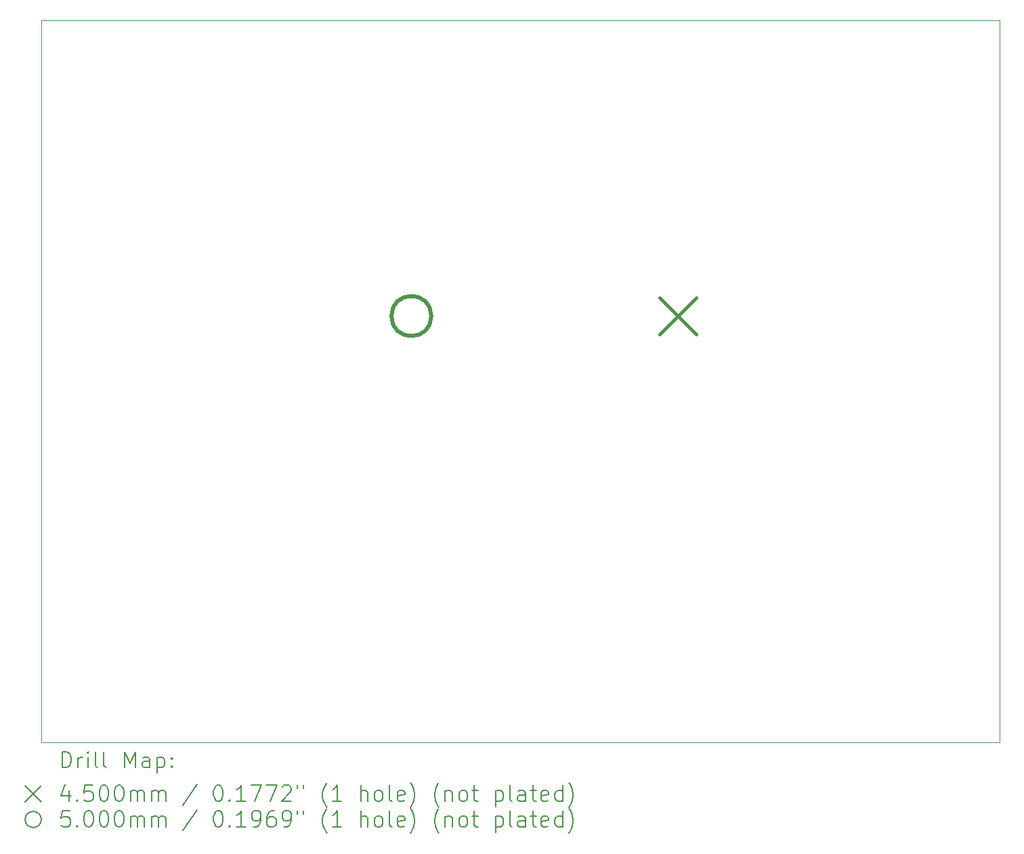
<source format=gbr>
%TF.GenerationSoftware,KiCad,Pcbnew,7.0.10*%
%TF.CreationDate,2024-03-04T12:58:39-05:00*%
%TF.ProjectId,cdrpcb,63647270-6362-42e6-9b69-6361645f7063,rev?*%
%TF.SameCoordinates,Original*%
%TF.FileFunction,Drillmap*%
%TF.FilePolarity,Positive*%
%FSLAX45Y45*%
G04 Gerber Fmt 4.5, Leading zero omitted, Abs format (unit mm)*
G04 Created by KiCad (PCBNEW 7.0.10) date 2024-03-04 12:58:39*
%MOMM*%
%LPD*%
G01*
G04 APERTURE LIST*
%ADD10C,0.100000*%
%ADD11C,0.200000*%
%ADD12C,0.450000*%
%ADD13C,0.500000*%
G04 APERTURE END LIST*
D10*
X5994400Y-5930900D02*
X17970500Y-5930900D01*
X17970500Y-14960600D01*
X5994400Y-14960600D01*
X5994400Y-5930900D01*
D11*
D12*
X13725200Y-9401600D02*
X14175200Y-9851600D01*
X14175200Y-9401600D02*
X13725200Y-9851600D01*
D13*
X10867200Y-9626600D02*
G75*
G03*
X10367200Y-9626600I-250000J0D01*
G01*
X10367200Y-9626600D02*
G75*
G03*
X10867200Y-9626600I250000J0D01*
G01*
D11*
X6250177Y-15277084D02*
X6250177Y-15077084D01*
X6250177Y-15077084D02*
X6297796Y-15077084D01*
X6297796Y-15077084D02*
X6326367Y-15086608D01*
X6326367Y-15086608D02*
X6345415Y-15105655D01*
X6345415Y-15105655D02*
X6354939Y-15124703D01*
X6354939Y-15124703D02*
X6364462Y-15162798D01*
X6364462Y-15162798D02*
X6364462Y-15191369D01*
X6364462Y-15191369D02*
X6354939Y-15229465D01*
X6354939Y-15229465D02*
X6345415Y-15248512D01*
X6345415Y-15248512D02*
X6326367Y-15267560D01*
X6326367Y-15267560D02*
X6297796Y-15277084D01*
X6297796Y-15277084D02*
X6250177Y-15277084D01*
X6450177Y-15277084D02*
X6450177Y-15143750D01*
X6450177Y-15181846D02*
X6459701Y-15162798D01*
X6459701Y-15162798D02*
X6469224Y-15153274D01*
X6469224Y-15153274D02*
X6488272Y-15143750D01*
X6488272Y-15143750D02*
X6507320Y-15143750D01*
X6573986Y-15277084D02*
X6573986Y-15143750D01*
X6573986Y-15077084D02*
X6564462Y-15086608D01*
X6564462Y-15086608D02*
X6573986Y-15096131D01*
X6573986Y-15096131D02*
X6583510Y-15086608D01*
X6583510Y-15086608D02*
X6573986Y-15077084D01*
X6573986Y-15077084D02*
X6573986Y-15096131D01*
X6697796Y-15277084D02*
X6678748Y-15267560D01*
X6678748Y-15267560D02*
X6669224Y-15248512D01*
X6669224Y-15248512D02*
X6669224Y-15077084D01*
X6802558Y-15277084D02*
X6783510Y-15267560D01*
X6783510Y-15267560D02*
X6773986Y-15248512D01*
X6773986Y-15248512D02*
X6773986Y-15077084D01*
X7031129Y-15277084D02*
X7031129Y-15077084D01*
X7031129Y-15077084D02*
X7097796Y-15219941D01*
X7097796Y-15219941D02*
X7164462Y-15077084D01*
X7164462Y-15077084D02*
X7164462Y-15277084D01*
X7345415Y-15277084D02*
X7345415Y-15172322D01*
X7345415Y-15172322D02*
X7335891Y-15153274D01*
X7335891Y-15153274D02*
X7316843Y-15143750D01*
X7316843Y-15143750D02*
X7278748Y-15143750D01*
X7278748Y-15143750D02*
X7259701Y-15153274D01*
X7345415Y-15267560D02*
X7326367Y-15277084D01*
X7326367Y-15277084D02*
X7278748Y-15277084D01*
X7278748Y-15277084D02*
X7259701Y-15267560D01*
X7259701Y-15267560D02*
X7250177Y-15248512D01*
X7250177Y-15248512D02*
X7250177Y-15229465D01*
X7250177Y-15229465D02*
X7259701Y-15210417D01*
X7259701Y-15210417D02*
X7278748Y-15200893D01*
X7278748Y-15200893D02*
X7326367Y-15200893D01*
X7326367Y-15200893D02*
X7345415Y-15191369D01*
X7440653Y-15143750D02*
X7440653Y-15343750D01*
X7440653Y-15153274D02*
X7459701Y-15143750D01*
X7459701Y-15143750D02*
X7497796Y-15143750D01*
X7497796Y-15143750D02*
X7516843Y-15153274D01*
X7516843Y-15153274D02*
X7526367Y-15162798D01*
X7526367Y-15162798D02*
X7535891Y-15181846D01*
X7535891Y-15181846D02*
X7535891Y-15238988D01*
X7535891Y-15238988D02*
X7526367Y-15258036D01*
X7526367Y-15258036D02*
X7516843Y-15267560D01*
X7516843Y-15267560D02*
X7497796Y-15277084D01*
X7497796Y-15277084D02*
X7459701Y-15277084D01*
X7459701Y-15277084D02*
X7440653Y-15267560D01*
X7621605Y-15258036D02*
X7631129Y-15267560D01*
X7631129Y-15267560D02*
X7621605Y-15277084D01*
X7621605Y-15277084D02*
X7612082Y-15267560D01*
X7612082Y-15267560D02*
X7621605Y-15258036D01*
X7621605Y-15258036D02*
X7621605Y-15277084D01*
X7621605Y-15153274D02*
X7631129Y-15162798D01*
X7631129Y-15162798D02*
X7621605Y-15172322D01*
X7621605Y-15172322D02*
X7612082Y-15162798D01*
X7612082Y-15162798D02*
X7621605Y-15153274D01*
X7621605Y-15153274D02*
X7621605Y-15172322D01*
X5789400Y-15505600D02*
X5989400Y-15705600D01*
X5989400Y-15505600D02*
X5789400Y-15705600D01*
X6335891Y-15563750D02*
X6335891Y-15697084D01*
X6288272Y-15487560D02*
X6240653Y-15630417D01*
X6240653Y-15630417D02*
X6364462Y-15630417D01*
X6440653Y-15678036D02*
X6450177Y-15687560D01*
X6450177Y-15687560D02*
X6440653Y-15697084D01*
X6440653Y-15697084D02*
X6431129Y-15687560D01*
X6431129Y-15687560D02*
X6440653Y-15678036D01*
X6440653Y-15678036D02*
X6440653Y-15697084D01*
X6631129Y-15497084D02*
X6535891Y-15497084D01*
X6535891Y-15497084D02*
X6526367Y-15592322D01*
X6526367Y-15592322D02*
X6535891Y-15582798D01*
X6535891Y-15582798D02*
X6554939Y-15573274D01*
X6554939Y-15573274D02*
X6602558Y-15573274D01*
X6602558Y-15573274D02*
X6621605Y-15582798D01*
X6621605Y-15582798D02*
X6631129Y-15592322D01*
X6631129Y-15592322D02*
X6640653Y-15611369D01*
X6640653Y-15611369D02*
X6640653Y-15658988D01*
X6640653Y-15658988D02*
X6631129Y-15678036D01*
X6631129Y-15678036D02*
X6621605Y-15687560D01*
X6621605Y-15687560D02*
X6602558Y-15697084D01*
X6602558Y-15697084D02*
X6554939Y-15697084D01*
X6554939Y-15697084D02*
X6535891Y-15687560D01*
X6535891Y-15687560D02*
X6526367Y-15678036D01*
X6764462Y-15497084D02*
X6783510Y-15497084D01*
X6783510Y-15497084D02*
X6802558Y-15506608D01*
X6802558Y-15506608D02*
X6812082Y-15516131D01*
X6812082Y-15516131D02*
X6821605Y-15535179D01*
X6821605Y-15535179D02*
X6831129Y-15573274D01*
X6831129Y-15573274D02*
X6831129Y-15620893D01*
X6831129Y-15620893D02*
X6821605Y-15658988D01*
X6821605Y-15658988D02*
X6812082Y-15678036D01*
X6812082Y-15678036D02*
X6802558Y-15687560D01*
X6802558Y-15687560D02*
X6783510Y-15697084D01*
X6783510Y-15697084D02*
X6764462Y-15697084D01*
X6764462Y-15697084D02*
X6745415Y-15687560D01*
X6745415Y-15687560D02*
X6735891Y-15678036D01*
X6735891Y-15678036D02*
X6726367Y-15658988D01*
X6726367Y-15658988D02*
X6716843Y-15620893D01*
X6716843Y-15620893D02*
X6716843Y-15573274D01*
X6716843Y-15573274D02*
X6726367Y-15535179D01*
X6726367Y-15535179D02*
X6735891Y-15516131D01*
X6735891Y-15516131D02*
X6745415Y-15506608D01*
X6745415Y-15506608D02*
X6764462Y-15497084D01*
X6954939Y-15497084D02*
X6973986Y-15497084D01*
X6973986Y-15497084D02*
X6993034Y-15506608D01*
X6993034Y-15506608D02*
X7002558Y-15516131D01*
X7002558Y-15516131D02*
X7012082Y-15535179D01*
X7012082Y-15535179D02*
X7021605Y-15573274D01*
X7021605Y-15573274D02*
X7021605Y-15620893D01*
X7021605Y-15620893D02*
X7012082Y-15658988D01*
X7012082Y-15658988D02*
X7002558Y-15678036D01*
X7002558Y-15678036D02*
X6993034Y-15687560D01*
X6993034Y-15687560D02*
X6973986Y-15697084D01*
X6973986Y-15697084D02*
X6954939Y-15697084D01*
X6954939Y-15697084D02*
X6935891Y-15687560D01*
X6935891Y-15687560D02*
X6926367Y-15678036D01*
X6926367Y-15678036D02*
X6916843Y-15658988D01*
X6916843Y-15658988D02*
X6907320Y-15620893D01*
X6907320Y-15620893D02*
X6907320Y-15573274D01*
X6907320Y-15573274D02*
X6916843Y-15535179D01*
X6916843Y-15535179D02*
X6926367Y-15516131D01*
X6926367Y-15516131D02*
X6935891Y-15506608D01*
X6935891Y-15506608D02*
X6954939Y-15497084D01*
X7107320Y-15697084D02*
X7107320Y-15563750D01*
X7107320Y-15582798D02*
X7116843Y-15573274D01*
X7116843Y-15573274D02*
X7135891Y-15563750D01*
X7135891Y-15563750D02*
X7164463Y-15563750D01*
X7164463Y-15563750D02*
X7183510Y-15573274D01*
X7183510Y-15573274D02*
X7193034Y-15592322D01*
X7193034Y-15592322D02*
X7193034Y-15697084D01*
X7193034Y-15592322D02*
X7202558Y-15573274D01*
X7202558Y-15573274D02*
X7221605Y-15563750D01*
X7221605Y-15563750D02*
X7250177Y-15563750D01*
X7250177Y-15563750D02*
X7269224Y-15573274D01*
X7269224Y-15573274D02*
X7278748Y-15592322D01*
X7278748Y-15592322D02*
X7278748Y-15697084D01*
X7373986Y-15697084D02*
X7373986Y-15563750D01*
X7373986Y-15582798D02*
X7383510Y-15573274D01*
X7383510Y-15573274D02*
X7402558Y-15563750D01*
X7402558Y-15563750D02*
X7431129Y-15563750D01*
X7431129Y-15563750D02*
X7450177Y-15573274D01*
X7450177Y-15573274D02*
X7459701Y-15592322D01*
X7459701Y-15592322D02*
X7459701Y-15697084D01*
X7459701Y-15592322D02*
X7469224Y-15573274D01*
X7469224Y-15573274D02*
X7488272Y-15563750D01*
X7488272Y-15563750D02*
X7516843Y-15563750D01*
X7516843Y-15563750D02*
X7535891Y-15573274D01*
X7535891Y-15573274D02*
X7545415Y-15592322D01*
X7545415Y-15592322D02*
X7545415Y-15697084D01*
X7935891Y-15487560D02*
X7764463Y-15744703D01*
X8193034Y-15497084D02*
X8212082Y-15497084D01*
X8212082Y-15497084D02*
X8231129Y-15506608D01*
X8231129Y-15506608D02*
X8240653Y-15516131D01*
X8240653Y-15516131D02*
X8250177Y-15535179D01*
X8250177Y-15535179D02*
X8259701Y-15573274D01*
X8259701Y-15573274D02*
X8259701Y-15620893D01*
X8259701Y-15620893D02*
X8250177Y-15658988D01*
X8250177Y-15658988D02*
X8240653Y-15678036D01*
X8240653Y-15678036D02*
X8231129Y-15687560D01*
X8231129Y-15687560D02*
X8212082Y-15697084D01*
X8212082Y-15697084D02*
X8193034Y-15697084D01*
X8193034Y-15697084D02*
X8173986Y-15687560D01*
X8173986Y-15687560D02*
X8164463Y-15678036D01*
X8164463Y-15678036D02*
X8154939Y-15658988D01*
X8154939Y-15658988D02*
X8145415Y-15620893D01*
X8145415Y-15620893D02*
X8145415Y-15573274D01*
X8145415Y-15573274D02*
X8154939Y-15535179D01*
X8154939Y-15535179D02*
X8164463Y-15516131D01*
X8164463Y-15516131D02*
X8173986Y-15506608D01*
X8173986Y-15506608D02*
X8193034Y-15497084D01*
X8345415Y-15678036D02*
X8354939Y-15687560D01*
X8354939Y-15687560D02*
X8345415Y-15697084D01*
X8345415Y-15697084D02*
X8335891Y-15687560D01*
X8335891Y-15687560D02*
X8345415Y-15678036D01*
X8345415Y-15678036D02*
X8345415Y-15697084D01*
X8545415Y-15697084D02*
X8431129Y-15697084D01*
X8488272Y-15697084D02*
X8488272Y-15497084D01*
X8488272Y-15497084D02*
X8469225Y-15525655D01*
X8469225Y-15525655D02*
X8450177Y-15544703D01*
X8450177Y-15544703D02*
X8431129Y-15554227D01*
X8612082Y-15497084D02*
X8745415Y-15497084D01*
X8745415Y-15497084D02*
X8659701Y-15697084D01*
X8802558Y-15497084D02*
X8935891Y-15497084D01*
X8935891Y-15497084D02*
X8850177Y-15697084D01*
X9002558Y-15516131D02*
X9012082Y-15506608D01*
X9012082Y-15506608D02*
X9031129Y-15497084D01*
X9031129Y-15497084D02*
X9078749Y-15497084D01*
X9078749Y-15497084D02*
X9097796Y-15506608D01*
X9097796Y-15506608D02*
X9107320Y-15516131D01*
X9107320Y-15516131D02*
X9116844Y-15535179D01*
X9116844Y-15535179D02*
X9116844Y-15554227D01*
X9116844Y-15554227D02*
X9107320Y-15582798D01*
X9107320Y-15582798D02*
X8993034Y-15697084D01*
X8993034Y-15697084D02*
X9116844Y-15697084D01*
X9193034Y-15497084D02*
X9193034Y-15535179D01*
X9269225Y-15497084D02*
X9269225Y-15535179D01*
X9564463Y-15773274D02*
X9554939Y-15763750D01*
X9554939Y-15763750D02*
X9535891Y-15735179D01*
X9535891Y-15735179D02*
X9526368Y-15716131D01*
X9526368Y-15716131D02*
X9516844Y-15687560D01*
X9516844Y-15687560D02*
X9507320Y-15639941D01*
X9507320Y-15639941D02*
X9507320Y-15601846D01*
X9507320Y-15601846D02*
X9516844Y-15554227D01*
X9516844Y-15554227D02*
X9526368Y-15525655D01*
X9526368Y-15525655D02*
X9535891Y-15506608D01*
X9535891Y-15506608D02*
X9554939Y-15478036D01*
X9554939Y-15478036D02*
X9564463Y-15468512D01*
X9745415Y-15697084D02*
X9631130Y-15697084D01*
X9688272Y-15697084D02*
X9688272Y-15497084D01*
X9688272Y-15497084D02*
X9669225Y-15525655D01*
X9669225Y-15525655D02*
X9650177Y-15544703D01*
X9650177Y-15544703D02*
X9631130Y-15554227D01*
X9983511Y-15697084D02*
X9983511Y-15497084D01*
X10069225Y-15697084D02*
X10069225Y-15592322D01*
X10069225Y-15592322D02*
X10059701Y-15573274D01*
X10059701Y-15573274D02*
X10040653Y-15563750D01*
X10040653Y-15563750D02*
X10012082Y-15563750D01*
X10012082Y-15563750D02*
X9993034Y-15573274D01*
X9993034Y-15573274D02*
X9983511Y-15582798D01*
X10193034Y-15697084D02*
X10173987Y-15687560D01*
X10173987Y-15687560D02*
X10164463Y-15678036D01*
X10164463Y-15678036D02*
X10154939Y-15658988D01*
X10154939Y-15658988D02*
X10154939Y-15601846D01*
X10154939Y-15601846D02*
X10164463Y-15582798D01*
X10164463Y-15582798D02*
X10173987Y-15573274D01*
X10173987Y-15573274D02*
X10193034Y-15563750D01*
X10193034Y-15563750D02*
X10221606Y-15563750D01*
X10221606Y-15563750D02*
X10240653Y-15573274D01*
X10240653Y-15573274D02*
X10250177Y-15582798D01*
X10250177Y-15582798D02*
X10259701Y-15601846D01*
X10259701Y-15601846D02*
X10259701Y-15658988D01*
X10259701Y-15658988D02*
X10250177Y-15678036D01*
X10250177Y-15678036D02*
X10240653Y-15687560D01*
X10240653Y-15687560D02*
X10221606Y-15697084D01*
X10221606Y-15697084D02*
X10193034Y-15697084D01*
X10373987Y-15697084D02*
X10354939Y-15687560D01*
X10354939Y-15687560D02*
X10345415Y-15668512D01*
X10345415Y-15668512D02*
X10345415Y-15497084D01*
X10526368Y-15687560D02*
X10507320Y-15697084D01*
X10507320Y-15697084D02*
X10469225Y-15697084D01*
X10469225Y-15697084D02*
X10450177Y-15687560D01*
X10450177Y-15687560D02*
X10440653Y-15668512D01*
X10440653Y-15668512D02*
X10440653Y-15592322D01*
X10440653Y-15592322D02*
X10450177Y-15573274D01*
X10450177Y-15573274D02*
X10469225Y-15563750D01*
X10469225Y-15563750D02*
X10507320Y-15563750D01*
X10507320Y-15563750D02*
X10526368Y-15573274D01*
X10526368Y-15573274D02*
X10535892Y-15592322D01*
X10535892Y-15592322D02*
X10535892Y-15611369D01*
X10535892Y-15611369D02*
X10440653Y-15630417D01*
X10602558Y-15773274D02*
X10612082Y-15763750D01*
X10612082Y-15763750D02*
X10631130Y-15735179D01*
X10631130Y-15735179D02*
X10640653Y-15716131D01*
X10640653Y-15716131D02*
X10650177Y-15687560D01*
X10650177Y-15687560D02*
X10659701Y-15639941D01*
X10659701Y-15639941D02*
X10659701Y-15601846D01*
X10659701Y-15601846D02*
X10650177Y-15554227D01*
X10650177Y-15554227D02*
X10640653Y-15525655D01*
X10640653Y-15525655D02*
X10631130Y-15506608D01*
X10631130Y-15506608D02*
X10612082Y-15478036D01*
X10612082Y-15478036D02*
X10602558Y-15468512D01*
X10964463Y-15773274D02*
X10954939Y-15763750D01*
X10954939Y-15763750D02*
X10935892Y-15735179D01*
X10935892Y-15735179D02*
X10926368Y-15716131D01*
X10926368Y-15716131D02*
X10916844Y-15687560D01*
X10916844Y-15687560D02*
X10907320Y-15639941D01*
X10907320Y-15639941D02*
X10907320Y-15601846D01*
X10907320Y-15601846D02*
X10916844Y-15554227D01*
X10916844Y-15554227D02*
X10926368Y-15525655D01*
X10926368Y-15525655D02*
X10935892Y-15506608D01*
X10935892Y-15506608D02*
X10954939Y-15478036D01*
X10954939Y-15478036D02*
X10964463Y-15468512D01*
X11040653Y-15563750D02*
X11040653Y-15697084D01*
X11040653Y-15582798D02*
X11050177Y-15573274D01*
X11050177Y-15573274D02*
X11069225Y-15563750D01*
X11069225Y-15563750D02*
X11097796Y-15563750D01*
X11097796Y-15563750D02*
X11116844Y-15573274D01*
X11116844Y-15573274D02*
X11126368Y-15592322D01*
X11126368Y-15592322D02*
X11126368Y-15697084D01*
X11250177Y-15697084D02*
X11231130Y-15687560D01*
X11231130Y-15687560D02*
X11221606Y-15678036D01*
X11221606Y-15678036D02*
X11212082Y-15658988D01*
X11212082Y-15658988D02*
X11212082Y-15601846D01*
X11212082Y-15601846D02*
X11221606Y-15582798D01*
X11221606Y-15582798D02*
X11231130Y-15573274D01*
X11231130Y-15573274D02*
X11250177Y-15563750D01*
X11250177Y-15563750D02*
X11278749Y-15563750D01*
X11278749Y-15563750D02*
X11297796Y-15573274D01*
X11297796Y-15573274D02*
X11307320Y-15582798D01*
X11307320Y-15582798D02*
X11316844Y-15601846D01*
X11316844Y-15601846D02*
X11316844Y-15658988D01*
X11316844Y-15658988D02*
X11307320Y-15678036D01*
X11307320Y-15678036D02*
X11297796Y-15687560D01*
X11297796Y-15687560D02*
X11278749Y-15697084D01*
X11278749Y-15697084D02*
X11250177Y-15697084D01*
X11373987Y-15563750D02*
X11450177Y-15563750D01*
X11402558Y-15497084D02*
X11402558Y-15668512D01*
X11402558Y-15668512D02*
X11412082Y-15687560D01*
X11412082Y-15687560D02*
X11431130Y-15697084D01*
X11431130Y-15697084D02*
X11450177Y-15697084D01*
X11669225Y-15563750D02*
X11669225Y-15763750D01*
X11669225Y-15573274D02*
X11688272Y-15563750D01*
X11688272Y-15563750D02*
X11726368Y-15563750D01*
X11726368Y-15563750D02*
X11745415Y-15573274D01*
X11745415Y-15573274D02*
X11754939Y-15582798D01*
X11754939Y-15582798D02*
X11764463Y-15601846D01*
X11764463Y-15601846D02*
X11764463Y-15658988D01*
X11764463Y-15658988D02*
X11754939Y-15678036D01*
X11754939Y-15678036D02*
X11745415Y-15687560D01*
X11745415Y-15687560D02*
X11726368Y-15697084D01*
X11726368Y-15697084D02*
X11688272Y-15697084D01*
X11688272Y-15697084D02*
X11669225Y-15687560D01*
X11878749Y-15697084D02*
X11859701Y-15687560D01*
X11859701Y-15687560D02*
X11850177Y-15668512D01*
X11850177Y-15668512D02*
X11850177Y-15497084D01*
X12040653Y-15697084D02*
X12040653Y-15592322D01*
X12040653Y-15592322D02*
X12031130Y-15573274D01*
X12031130Y-15573274D02*
X12012082Y-15563750D01*
X12012082Y-15563750D02*
X11973987Y-15563750D01*
X11973987Y-15563750D02*
X11954939Y-15573274D01*
X12040653Y-15687560D02*
X12021606Y-15697084D01*
X12021606Y-15697084D02*
X11973987Y-15697084D01*
X11973987Y-15697084D02*
X11954939Y-15687560D01*
X11954939Y-15687560D02*
X11945415Y-15668512D01*
X11945415Y-15668512D02*
X11945415Y-15649465D01*
X11945415Y-15649465D02*
X11954939Y-15630417D01*
X11954939Y-15630417D02*
X11973987Y-15620893D01*
X11973987Y-15620893D02*
X12021606Y-15620893D01*
X12021606Y-15620893D02*
X12040653Y-15611369D01*
X12107320Y-15563750D02*
X12183511Y-15563750D01*
X12135892Y-15497084D02*
X12135892Y-15668512D01*
X12135892Y-15668512D02*
X12145415Y-15687560D01*
X12145415Y-15687560D02*
X12164463Y-15697084D01*
X12164463Y-15697084D02*
X12183511Y-15697084D01*
X12326368Y-15687560D02*
X12307320Y-15697084D01*
X12307320Y-15697084D02*
X12269225Y-15697084D01*
X12269225Y-15697084D02*
X12250177Y-15687560D01*
X12250177Y-15687560D02*
X12240653Y-15668512D01*
X12240653Y-15668512D02*
X12240653Y-15592322D01*
X12240653Y-15592322D02*
X12250177Y-15573274D01*
X12250177Y-15573274D02*
X12269225Y-15563750D01*
X12269225Y-15563750D02*
X12307320Y-15563750D01*
X12307320Y-15563750D02*
X12326368Y-15573274D01*
X12326368Y-15573274D02*
X12335892Y-15592322D01*
X12335892Y-15592322D02*
X12335892Y-15611369D01*
X12335892Y-15611369D02*
X12240653Y-15630417D01*
X12507320Y-15697084D02*
X12507320Y-15497084D01*
X12507320Y-15687560D02*
X12488273Y-15697084D01*
X12488273Y-15697084D02*
X12450177Y-15697084D01*
X12450177Y-15697084D02*
X12431130Y-15687560D01*
X12431130Y-15687560D02*
X12421606Y-15678036D01*
X12421606Y-15678036D02*
X12412082Y-15658988D01*
X12412082Y-15658988D02*
X12412082Y-15601846D01*
X12412082Y-15601846D02*
X12421606Y-15582798D01*
X12421606Y-15582798D02*
X12431130Y-15573274D01*
X12431130Y-15573274D02*
X12450177Y-15563750D01*
X12450177Y-15563750D02*
X12488273Y-15563750D01*
X12488273Y-15563750D02*
X12507320Y-15573274D01*
X12583511Y-15773274D02*
X12593034Y-15763750D01*
X12593034Y-15763750D02*
X12612082Y-15735179D01*
X12612082Y-15735179D02*
X12621606Y-15716131D01*
X12621606Y-15716131D02*
X12631130Y-15687560D01*
X12631130Y-15687560D02*
X12640653Y-15639941D01*
X12640653Y-15639941D02*
X12640653Y-15601846D01*
X12640653Y-15601846D02*
X12631130Y-15554227D01*
X12631130Y-15554227D02*
X12621606Y-15525655D01*
X12621606Y-15525655D02*
X12612082Y-15506608D01*
X12612082Y-15506608D02*
X12593034Y-15478036D01*
X12593034Y-15478036D02*
X12583511Y-15468512D01*
X5989400Y-15925600D02*
G75*
G03*
X5789400Y-15925600I-100000J0D01*
G01*
X5789400Y-15925600D02*
G75*
G03*
X5989400Y-15925600I100000J0D01*
G01*
X6345415Y-15817084D02*
X6250177Y-15817084D01*
X6250177Y-15817084D02*
X6240653Y-15912322D01*
X6240653Y-15912322D02*
X6250177Y-15902798D01*
X6250177Y-15902798D02*
X6269224Y-15893274D01*
X6269224Y-15893274D02*
X6316843Y-15893274D01*
X6316843Y-15893274D02*
X6335891Y-15902798D01*
X6335891Y-15902798D02*
X6345415Y-15912322D01*
X6345415Y-15912322D02*
X6354939Y-15931369D01*
X6354939Y-15931369D02*
X6354939Y-15978988D01*
X6354939Y-15978988D02*
X6345415Y-15998036D01*
X6345415Y-15998036D02*
X6335891Y-16007560D01*
X6335891Y-16007560D02*
X6316843Y-16017084D01*
X6316843Y-16017084D02*
X6269224Y-16017084D01*
X6269224Y-16017084D02*
X6250177Y-16007560D01*
X6250177Y-16007560D02*
X6240653Y-15998036D01*
X6440653Y-15998036D02*
X6450177Y-16007560D01*
X6450177Y-16007560D02*
X6440653Y-16017084D01*
X6440653Y-16017084D02*
X6431129Y-16007560D01*
X6431129Y-16007560D02*
X6440653Y-15998036D01*
X6440653Y-15998036D02*
X6440653Y-16017084D01*
X6573986Y-15817084D02*
X6593034Y-15817084D01*
X6593034Y-15817084D02*
X6612082Y-15826608D01*
X6612082Y-15826608D02*
X6621605Y-15836131D01*
X6621605Y-15836131D02*
X6631129Y-15855179D01*
X6631129Y-15855179D02*
X6640653Y-15893274D01*
X6640653Y-15893274D02*
X6640653Y-15940893D01*
X6640653Y-15940893D02*
X6631129Y-15978988D01*
X6631129Y-15978988D02*
X6621605Y-15998036D01*
X6621605Y-15998036D02*
X6612082Y-16007560D01*
X6612082Y-16007560D02*
X6593034Y-16017084D01*
X6593034Y-16017084D02*
X6573986Y-16017084D01*
X6573986Y-16017084D02*
X6554939Y-16007560D01*
X6554939Y-16007560D02*
X6545415Y-15998036D01*
X6545415Y-15998036D02*
X6535891Y-15978988D01*
X6535891Y-15978988D02*
X6526367Y-15940893D01*
X6526367Y-15940893D02*
X6526367Y-15893274D01*
X6526367Y-15893274D02*
X6535891Y-15855179D01*
X6535891Y-15855179D02*
X6545415Y-15836131D01*
X6545415Y-15836131D02*
X6554939Y-15826608D01*
X6554939Y-15826608D02*
X6573986Y-15817084D01*
X6764462Y-15817084D02*
X6783510Y-15817084D01*
X6783510Y-15817084D02*
X6802558Y-15826608D01*
X6802558Y-15826608D02*
X6812082Y-15836131D01*
X6812082Y-15836131D02*
X6821605Y-15855179D01*
X6821605Y-15855179D02*
X6831129Y-15893274D01*
X6831129Y-15893274D02*
X6831129Y-15940893D01*
X6831129Y-15940893D02*
X6821605Y-15978988D01*
X6821605Y-15978988D02*
X6812082Y-15998036D01*
X6812082Y-15998036D02*
X6802558Y-16007560D01*
X6802558Y-16007560D02*
X6783510Y-16017084D01*
X6783510Y-16017084D02*
X6764462Y-16017084D01*
X6764462Y-16017084D02*
X6745415Y-16007560D01*
X6745415Y-16007560D02*
X6735891Y-15998036D01*
X6735891Y-15998036D02*
X6726367Y-15978988D01*
X6726367Y-15978988D02*
X6716843Y-15940893D01*
X6716843Y-15940893D02*
X6716843Y-15893274D01*
X6716843Y-15893274D02*
X6726367Y-15855179D01*
X6726367Y-15855179D02*
X6735891Y-15836131D01*
X6735891Y-15836131D02*
X6745415Y-15826608D01*
X6745415Y-15826608D02*
X6764462Y-15817084D01*
X6954939Y-15817084D02*
X6973986Y-15817084D01*
X6973986Y-15817084D02*
X6993034Y-15826608D01*
X6993034Y-15826608D02*
X7002558Y-15836131D01*
X7002558Y-15836131D02*
X7012082Y-15855179D01*
X7012082Y-15855179D02*
X7021605Y-15893274D01*
X7021605Y-15893274D02*
X7021605Y-15940893D01*
X7021605Y-15940893D02*
X7012082Y-15978988D01*
X7012082Y-15978988D02*
X7002558Y-15998036D01*
X7002558Y-15998036D02*
X6993034Y-16007560D01*
X6993034Y-16007560D02*
X6973986Y-16017084D01*
X6973986Y-16017084D02*
X6954939Y-16017084D01*
X6954939Y-16017084D02*
X6935891Y-16007560D01*
X6935891Y-16007560D02*
X6926367Y-15998036D01*
X6926367Y-15998036D02*
X6916843Y-15978988D01*
X6916843Y-15978988D02*
X6907320Y-15940893D01*
X6907320Y-15940893D02*
X6907320Y-15893274D01*
X6907320Y-15893274D02*
X6916843Y-15855179D01*
X6916843Y-15855179D02*
X6926367Y-15836131D01*
X6926367Y-15836131D02*
X6935891Y-15826608D01*
X6935891Y-15826608D02*
X6954939Y-15817084D01*
X7107320Y-16017084D02*
X7107320Y-15883750D01*
X7107320Y-15902798D02*
X7116843Y-15893274D01*
X7116843Y-15893274D02*
X7135891Y-15883750D01*
X7135891Y-15883750D02*
X7164463Y-15883750D01*
X7164463Y-15883750D02*
X7183510Y-15893274D01*
X7183510Y-15893274D02*
X7193034Y-15912322D01*
X7193034Y-15912322D02*
X7193034Y-16017084D01*
X7193034Y-15912322D02*
X7202558Y-15893274D01*
X7202558Y-15893274D02*
X7221605Y-15883750D01*
X7221605Y-15883750D02*
X7250177Y-15883750D01*
X7250177Y-15883750D02*
X7269224Y-15893274D01*
X7269224Y-15893274D02*
X7278748Y-15912322D01*
X7278748Y-15912322D02*
X7278748Y-16017084D01*
X7373986Y-16017084D02*
X7373986Y-15883750D01*
X7373986Y-15902798D02*
X7383510Y-15893274D01*
X7383510Y-15893274D02*
X7402558Y-15883750D01*
X7402558Y-15883750D02*
X7431129Y-15883750D01*
X7431129Y-15883750D02*
X7450177Y-15893274D01*
X7450177Y-15893274D02*
X7459701Y-15912322D01*
X7459701Y-15912322D02*
X7459701Y-16017084D01*
X7459701Y-15912322D02*
X7469224Y-15893274D01*
X7469224Y-15893274D02*
X7488272Y-15883750D01*
X7488272Y-15883750D02*
X7516843Y-15883750D01*
X7516843Y-15883750D02*
X7535891Y-15893274D01*
X7535891Y-15893274D02*
X7545415Y-15912322D01*
X7545415Y-15912322D02*
X7545415Y-16017084D01*
X7935891Y-15807560D02*
X7764463Y-16064703D01*
X8193034Y-15817084D02*
X8212082Y-15817084D01*
X8212082Y-15817084D02*
X8231129Y-15826608D01*
X8231129Y-15826608D02*
X8240653Y-15836131D01*
X8240653Y-15836131D02*
X8250177Y-15855179D01*
X8250177Y-15855179D02*
X8259701Y-15893274D01*
X8259701Y-15893274D02*
X8259701Y-15940893D01*
X8259701Y-15940893D02*
X8250177Y-15978988D01*
X8250177Y-15978988D02*
X8240653Y-15998036D01*
X8240653Y-15998036D02*
X8231129Y-16007560D01*
X8231129Y-16007560D02*
X8212082Y-16017084D01*
X8212082Y-16017084D02*
X8193034Y-16017084D01*
X8193034Y-16017084D02*
X8173986Y-16007560D01*
X8173986Y-16007560D02*
X8164463Y-15998036D01*
X8164463Y-15998036D02*
X8154939Y-15978988D01*
X8154939Y-15978988D02*
X8145415Y-15940893D01*
X8145415Y-15940893D02*
X8145415Y-15893274D01*
X8145415Y-15893274D02*
X8154939Y-15855179D01*
X8154939Y-15855179D02*
X8164463Y-15836131D01*
X8164463Y-15836131D02*
X8173986Y-15826608D01*
X8173986Y-15826608D02*
X8193034Y-15817084D01*
X8345415Y-15998036D02*
X8354939Y-16007560D01*
X8354939Y-16007560D02*
X8345415Y-16017084D01*
X8345415Y-16017084D02*
X8335891Y-16007560D01*
X8335891Y-16007560D02*
X8345415Y-15998036D01*
X8345415Y-15998036D02*
X8345415Y-16017084D01*
X8545415Y-16017084D02*
X8431129Y-16017084D01*
X8488272Y-16017084D02*
X8488272Y-15817084D01*
X8488272Y-15817084D02*
X8469225Y-15845655D01*
X8469225Y-15845655D02*
X8450177Y-15864703D01*
X8450177Y-15864703D02*
X8431129Y-15874227D01*
X8640653Y-16017084D02*
X8678748Y-16017084D01*
X8678748Y-16017084D02*
X8697796Y-16007560D01*
X8697796Y-16007560D02*
X8707320Y-15998036D01*
X8707320Y-15998036D02*
X8726368Y-15969465D01*
X8726368Y-15969465D02*
X8735891Y-15931369D01*
X8735891Y-15931369D02*
X8735891Y-15855179D01*
X8735891Y-15855179D02*
X8726368Y-15836131D01*
X8726368Y-15836131D02*
X8716844Y-15826608D01*
X8716844Y-15826608D02*
X8697796Y-15817084D01*
X8697796Y-15817084D02*
X8659701Y-15817084D01*
X8659701Y-15817084D02*
X8640653Y-15826608D01*
X8640653Y-15826608D02*
X8631129Y-15836131D01*
X8631129Y-15836131D02*
X8621606Y-15855179D01*
X8621606Y-15855179D02*
X8621606Y-15902798D01*
X8621606Y-15902798D02*
X8631129Y-15921846D01*
X8631129Y-15921846D02*
X8640653Y-15931369D01*
X8640653Y-15931369D02*
X8659701Y-15940893D01*
X8659701Y-15940893D02*
X8697796Y-15940893D01*
X8697796Y-15940893D02*
X8716844Y-15931369D01*
X8716844Y-15931369D02*
X8726368Y-15921846D01*
X8726368Y-15921846D02*
X8735891Y-15902798D01*
X8907320Y-15817084D02*
X8869225Y-15817084D01*
X8869225Y-15817084D02*
X8850177Y-15826608D01*
X8850177Y-15826608D02*
X8840653Y-15836131D01*
X8840653Y-15836131D02*
X8821606Y-15864703D01*
X8821606Y-15864703D02*
X8812082Y-15902798D01*
X8812082Y-15902798D02*
X8812082Y-15978988D01*
X8812082Y-15978988D02*
X8821606Y-15998036D01*
X8821606Y-15998036D02*
X8831129Y-16007560D01*
X8831129Y-16007560D02*
X8850177Y-16017084D01*
X8850177Y-16017084D02*
X8888272Y-16017084D01*
X8888272Y-16017084D02*
X8907320Y-16007560D01*
X8907320Y-16007560D02*
X8916844Y-15998036D01*
X8916844Y-15998036D02*
X8926368Y-15978988D01*
X8926368Y-15978988D02*
X8926368Y-15931369D01*
X8926368Y-15931369D02*
X8916844Y-15912322D01*
X8916844Y-15912322D02*
X8907320Y-15902798D01*
X8907320Y-15902798D02*
X8888272Y-15893274D01*
X8888272Y-15893274D02*
X8850177Y-15893274D01*
X8850177Y-15893274D02*
X8831129Y-15902798D01*
X8831129Y-15902798D02*
X8821606Y-15912322D01*
X8821606Y-15912322D02*
X8812082Y-15931369D01*
X9021606Y-16017084D02*
X9059701Y-16017084D01*
X9059701Y-16017084D02*
X9078749Y-16007560D01*
X9078749Y-16007560D02*
X9088272Y-15998036D01*
X9088272Y-15998036D02*
X9107320Y-15969465D01*
X9107320Y-15969465D02*
X9116844Y-15931369D01*
X9116844Y-15931369D02*
X9116844Y-15855179D01*
X9116844Y-15855179D02*
X9107320Y-15836131D01*
X9107320Y-15836131D02*
X9097796Y-15826608D01*
X9097796Y-15826608D02*
X9078749Y-15817084D01*
X9078749Y-15817084D02*
X9040653Y-15817084D01*
X9040653Y-15817084D02*
X9021606Y-15826608D01*
X9021606Y-15826608D02*
X9012082Y-15836131D01*
X9012082Y-15836131D02*
X9002558Y-15855179D01*
X9002558Y-15855179D02*
X9002558Y-15902798D01*
X9002558Y-15902798D02*
X9012082Y-15921846D01*
X9012082Y-15921846D02*
X9021606Y-15931369D01*
X9021606Y-15931369D02*
X9040653Y-15940893D01*
X9040653Y-15940893D02*
X9078749Y-15940893D01*
X9078749Y-15940893D02*
X9097796Y-15931369D01*
X9097796Y-15931369D02*
X9107320Y-15921846D01*
X9107320Y-15921846D02*
X9116844Y-15902798D01*
X9193034Y-15817084D02*
X9193034Y-15855179D01*
X9269225Y-15817084D02*
X9269225Y-15855179D01*
X9564463Y-16093274D02*
X9554939Y-16083750D01*
X9554939Y-16083750D02*
X9535891Y-16055179D01*
X9535891Y-16055179D02*
X9526368Y-16036131D01*
X9526368Y-16036131D02*
X9516844Y-16007560D01*
X9516844Y-16007560D02*
X9507320Y-15959941D01*
X9507320Y-15959941D02*
X9507320Y-15921846D01*
X9507320Y-15921846D02*
X9516844Y-15874227D01*
X9516844Y-15874227D02*
X9526368Y-15845655D01*
X9526368Y-15845655D02*
X9535891Y-15826608D01*
X9535891Y-15826608D02*
X9554939Y-15798036D01*
X9554939Y-15798036D02*
X9564463Y-15788512D01*
X9745415Y-16017084D02*
X9631130Y-16017084D01*
X9688272Y-16017084D02*
X9688272Y-15817084D01*
X9688272Y-15817084D02*
X9669225Y-15845655D01*
X9669225Y-15845655D02*
X9650177Y-15864703D01*
X9650177Y-15864703D02*
X9631130Y-15874227D01*
X9983511Y-16017084D02*
X9983511Y-15817084D01*
X10069225Y-16017084D02*
X10069225Y-15912322D01*
X10069225Y-15912322D02*
X10059701Y-15893274D01*
X10059701Y-15893274D02*
X10040653Y-15883750D01*
X10040653Y-15883750D02*
X10012082Y-15883750D01*
X10012082Y-15883750D02*
X9993034Y-15893274D01*
X9993034Y-15893274D02*
X9983511Y-15902798D01*
X10193034Y-16017084D02*
X10173987Y-16007560D01*
X10173987Y-16007560D02*
X10164463Y-15998036D01*
X10164463Y-15998036D02*
X10154939Y-15978988D01*
X10154939Y-15978988D02*
X10154939Y-15921846D01*
X10154939Y-15921846D02*
X10164463Y-15902798D01*
X10164463Y-15902798D02*
X10173987Y-15893274D01*
X10173987Y-15893274D02*
X10193034Y-15883750D01*
X10193034Y-15883750D02*
X10221606Y-15883750D01*
X10221606Y-15883750D02*
X10240653Y-15893274D01*
X10240653Y-15893274D02*
X10250177Y-15902798D01*
X10250177Y-15902798D02*
X10259701Y-15921846D01*
X10259701Y-15921846D02*
X10259701Y-15978988D01*
X10259701Y-15978988D02*
X10250177Y-15998036D01*
X10250177Y-15998036D02*
X10240653Y-16007560D01*
X10240653Y-16007560D02*
X10221606Y-16017084D01*
X10221606Y-16017084D02*
X10193034Y-16017084D01*
X10373987Y-16017084D02*
X10354939Y-16007560D01*
X10354939Y-16007560D02*
X10345415Y-15988512D01*
X10345415Y-15988512D02*
X10345415Y-15817084D01*
X10526368Y-16007560D02*
X10507320Y-16017084D01*
X10507320Y-16017084D02*
X10469225Y-16017084D01*
X10469225Y-16017084D02*
X10450177Y-16007560D01*
X10450177Y-16007560D02*
X10440653Y-15988512D01*
X10440653Y-15988512D02*
X10440653Y-15912322D01*
X10440653Y-15912322D02*
X10450177Y-15893274D01*
X10450177Y-15893274D02*
X10469225Y-15883750D01*
X10469225Y-15883750D02*
X10507320Y-15883750D01*
X10507320Y-15883750D02*
X10526368Y-15893274D01*
X10526368Y-15893274D02*
X10535892Y-15912322D01*
X10535892Y-15912322D02*
X10535892Y-15931369D01*
X10535892Y-15931369D02*
X10440653Y-15950417D01*
X10602558Y-16093274D02*
X10612082Y-16083750D01*
X10612082Y-16083750D02*
X10631130Y-16055179D01*
X10631130Y-16055179D02*
X10640653Y-16036131D01*
X10640653Y-16036131D02*
X10650177Y-16007560D01*
X10650177Y-16007560D02*
X10659701Y-15959941D01*
X10659701Y-15959941D02*
X10659701Y-15921846D01*
X10659701Y-15921846D02*
X10650177Y-15874227D01*
X10650177Y-15874227D02*
X10640653Y-15845655D01*
X10640653Y-15845655D02*
X10631130Y-15826608D01*
X10631130Y-15826608D02*
X10612082Y-15798036D01*
X10612082Y-15798036D02*
X10602558Y-15788512D01*
X10964463Y-16093274D02*
X10954939Y-16083750D01*
X10954939Y-16083750D02*
X10935892Y-16055179D01*
X10935892Y-16055179D02*
X10926368Y-16036131D01*
X10926368Y-16036131D02*
X10916844Y-16007560D01*
X10916844Y-16007560D02*
X10907320Y-15959941D01*
X10907320Y-15959941D02*
X10907320Y-15921846D01*
X10907320Y-15921846D02*
X10916844Y-15874227D01*
X10916844Y-15874227D02*
X10926368Y-15845655D01*
X10926368Y-15845655D02*
X10935892Y-15826608D01*
X10935892Y-15826608D02*
X10954939Y-15798036D01*
X10954939Y-15798036D02*
X10964463Y-15788512D01*
X11040653Y-15883750D02*
X11040653Y-16017084D01*
X11040653Y-15902798D02*
X11050177Y-15893274D01*
X11050177Y-15893274D02*
X11069225Y-15883750D01*
X11069225Y-15883750D02*
X11097796Y-15883750D01*
X11097796Y-15883750D02*
X11116844Y-15893274D01*
X11116844Y-15893274D02*
X11126368Y-15912322D01*
X11126368Y-15912322D02*
X11126368Y-16017084D01*
X11250177Y-16017084D02*
X11231130Y-16007560D01*
X11231130Y-16007560D02*
X11221606Y-15998036D01*
X11221606Y-15998036D02*
X11212082Y-15978988D01*
X11212082Y-15978988D02*
X11212082Y-15921846D01*
X11212082Y-15921846D02*
X11221606Y-15902798D01*
X11221606Y-15902798D02*
X11231130Y-15893274D01*
X11231130Y-15893274D02*
X11250177Y-15883750D01*
X11250177Y-15883750D02*
X11278749Y-15883750D01*
X11278749Y-15883750D02*
X11297796Y-15893274D01*
X11297796Y-15893274D02*
X11307320Y-15902798D01*
X11307320Y-15902798D02*
X11316844Y-15921846D01*
X11316844Y-15921846D02*
X11316844Y-15978988D01*
X11316844Y-15978988D02*
X11307320Y-15998036D01*
X11307320Y-15998036D02*
X11297796Y-16007560D01*
X11297796Y-16007560D02*
X11278749Y-16017084D01*
X11278749Y-16017084D02*
X11250177Y-16017084D01*
X11373987Y-15883750D02*
X11450177Y-15883750D01*
X11402558Y-15817084D02*
X11402558Y-15988512D01*
X11402558Y-15988512D02*
X11412082Y-16007560D01*
X11412082Y-16007560D02*
X11431130Y-16017084D01*
X11431130Y-16017084D02*
X11450177Y-16017084D01*
X11669225Y-15883750D02*
X11669225Y-16083750D01*
X11669225Y-15893274D02*
X11688272Y-15883750D01*
X11688272Y-15883750D02*
X11726368Y-15883750D01*
X11726368Y-15883750D02*
X11745415Y-15893274D01*
X11745415Y-15893274D02*
X11754939Y-15902798D01*
X11754939Y-15902798D02*
X11764463Y-15921846D01*
X11764463Y-15921846D02*
X11764463Y-15978988D01*
X11764463Y-15978988D02*
X11754939Y-15998036D01*
X11754939Y-15998036D02*
X11745415Y-16007560D01*
X11745415Y-16007560D02*
X11726368Y-16017084D01*
X11726368Y-16017084D02*
X11688272Y-16017084D01*
X11688272Y-16017084D02*
X11669225Y-16007560D01*
X11878749Y-16017084D02*
X11859701Y-16007560D01*
X11859701Y-16007560D02*
X11850177Y-15988512D01*
X11850177Y-15988512D02*
X11850177Y-15817084D01*
X12040653Y-16017084D02*
X12040653Y-15912322D01*
X12040653Y-15912322D02*
X12031130Y-15893274D01*
X12031130Y-15893274D02*
X12012082Y-15883750D01*
X12012082Y-15883750D02*
X11973987Y-15883750D01*
X11973987Y-15883750D02*
X11954939Y-15893274D01*
X12040653Y-16007560D02*
X12021606Y-16017084D01*
X12021606Y-16017084D02*
X11973987Y-16017084D01*
X11973987Y-16017084D02*
X11954939Y-16007560D01*
X11954939Y-16007560D02*
X11945415Y-15988512D01*
X11945415Y-15988512D02*
X11945415Y-15969465D01*
X11945415Y-15969465D02*
X11954939Y-15950417D01*
X11954939Y-15950417D02*
X11973987Y-15940893D01*
X11973987Y-15940893D02*
X12021606Y-15940893D01*
X12021606Y-15940893D02*
X12040653Y-15931369D01*
X12107320Y-15883750D02*
X12183511Y-15883750D01*
X12135892Y-15817084D02*
X12135892Y-15988512D01*
X12135892Y-15988512D02*
X12145415Y-16007560D01*
X12145415Y-16007560D02*
X12164463Y-16017084D01*
X12164463Y-16017084D02*
X12183511Y-16017084D01*
X12326368Y-16007560D02*
X12307320Y-16017084D01*
X12307320Y-16017084D02*
X12269225Y-16017084D01*
X12269225Y-16017084D02*
X12250177Y-16007560D01*
X12250177Y-16007560D02*
X12240653Y-15988512D01*
X12240653Y-15988512D02*
X12240653Y-15912322D01*
X12240653Y-15912322D02*
X12250177Y-15893274D01*
X12250177Y-15893274D02*
X12269225Y-15883750D01*
X12269225Y-15883750D02*
X12307320Y-15883750D01*
X12307320Y-15883750D02*
X12326368Y-15893274D01*
X12326368Y-15893274D02*
X12335892Y-15912322D01*
X12335892Y-15912322D02*
X12335892Y-15931369D01*
X12335892Y-15931369D02*
X12240653Y-15950417D01*
X12507320Y-16017084D02*
X12507320Y-15817084D01*
X12507320Y-16007560D02*
X12488273Y-16017084D01*
X12488273Y-16017084D02*
X12450177Y-16017084D01*
X12450177Y-16017084D02*
X12431130Y-16007560D01*
X12431130Y-16007560D02*
X12421606Y-15998036D01*
X12421606Y-15998036D02*
X12412082Y-15978988D01*
X12412082Y-15978988D02*
X12412082Y-15921846D01*
X12412082Y-15921846D02*
X12421606Y-15902798D01*
X12421606Y-15902798D02*
X12431130Y-15893274D01*
X12431130Y-15893274D02*
X12450177Y-15883750D01*
X12450177Y-15883750D02*
X12488273Y-15883750D01*
X12488273Y-15883750D02*
X12507320Y-15893274D01*
X12583511Y-16093274D02*
X12593034Y-16083750D01*
X12593034Y-16083750D02*
X12612082Y-16055179D01*
X12612082Y-16055179D02*
X12621606Y-16036131D01*
X12621606Y-16036131D02*
X12631130Y-16007560D01*
X12631130Y-16007560D02*
X12640653Y-15959941D01*
X12640653Y-15959941D02*
X12640653Y-15921846D01*
X12640653Y-15921846D02*
X12631130Y-15874227D01*
X12631130Y-15874227D02*
X12621606Y-15845655D01*
X12621606Y-15845655D02*
X12612082Y-15826608D01*
X12612082Y-15826608D02*
X12593034Y-15798036D01*
X12593034Y-15798036D02*
X12583511Y-15788512D01*
M02*

</source>
